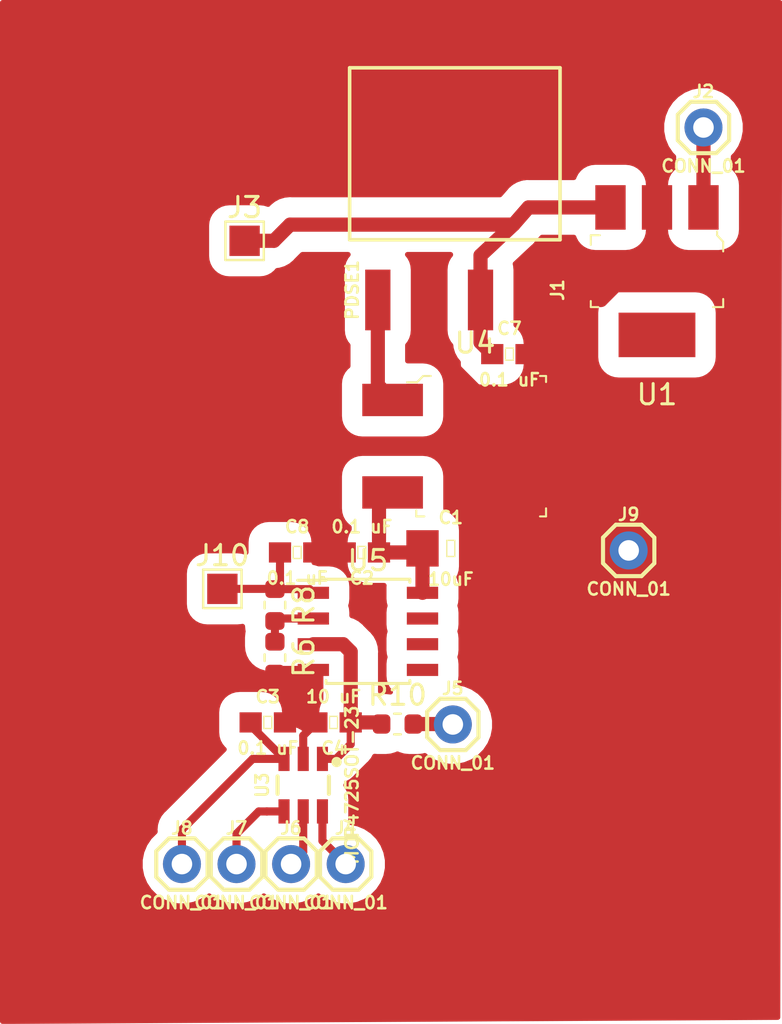
<source format=kicad_pcb>
(kicad_pcb (version 20171130) (host pcbnew 5.1.5+dfsg1-2~bpo9+1)

  (general
    (thickness 1.6)
    (drawings 0)
    (tracks 68)
    (zones 0)
    (modules 23)
    (nets 14)
  )

  (page A4)
  (layers
    (0 F.Cu signal)
    (31 B.Cu signal)
    (32 B.Adhes user)
    (33 F.Adhes user)
    (34 B.Paste user)
    (35 F.Paste user)
    (36 B.SilkS user)
    (37 F.SilkS user)
    (38 B.Mask user)
    (39 F.Mask user)
    (40 Dwgs.User user)
    (41 Cmts.User user)
    (42 Eco1.User user)
    (43 Eco2.User user)
    (44 Edge.Cuts user)
    (45 Margin user)
    (46 B.CrtYd user)
    (47 F.CrtYd user)
    (48 B.Fab user)
    (49 F.Fab user)
  )

  (setup
    (last_trace_width 0.4)
    (user_trace_width 0.4)
    (user_trace_width 0.7)
    (trace_clearance 0.2)
    (zone_clearance 1)
    (zone_45_only no)
    (trace_min 0.2)
    (via_size 0.8)
    (via_drill 0.4)
    (via_min_size 0.4)
    (via_min_drill 0.3)
    (uvia_size 0.3)
    (uvia_drill 0.1)
    (uvias_allowed no)
    (uvia_min_size 0.2)
    (uvia_min_drill 0.1)
    (edge_width 0.05)
    (segment_width 0.2)
    (pcb_text_width 0.3)
    (pcb_text_size 1.5 1.5)
    (mod_edge_width 0.12)
    (mod_text_size 1 1)
    (mod_text_width 0.15)
    (pad_size 1.524 1.524)
    (pad_drill 0.762)
    (pad_to_mask_clearance 0.051)
    (solder_mask_min_width 0.25)
    (aux_axis_origin 104.8 81.7)
    (grid_origin 104.8 81.7)
    (visible_elements FFFFFF7F)
    (pcbplotparams
      (layerselection 0x00000_7fffffff)
      (usegerberextensions false)
      (usegerberattributes false)
      (usegerberadvancedattributes false)
      (creategerberjobfile false)
      (excludeedgelayer true)
      (linewidth 0.020000)
      (plotframeref false)
      (viasonmask false)
      (mode 1)
      (useauxorigin true)
      (hpglpennumber 1)
      (hpglpenspeed 20)
      (hpglpendiameter 15.000000)
      (psnegative false)
      (psa4output false)
      (plotreference true)
      (plotvalue true)
      (plotinvisibletext false)
      (padsonsilk false)
      (subtractmaskfromsilk false)
      (outputformat 1)
      (mirror false)
      (drillshape 0)
      (scaleselection 1)
      (outputdirectory ""))
  )

  (net 0 "")
  (net 1 GND)
  (net 2 20V)
  (net 3 3.3V)
  (net 4 "Net-(C4-Pad1)")
  (net 5 5V)
  (net 6 Vtune)
  (net 7 24V)
  (net 8 12V)
  (net 9 "Net-(J4-Pad1)")
  (net 10 varactor_pwm_input)
  (net 11 "Net-(J6-Pad1)")
  (net 12 "Net-(J7-Pad1)")
  (net 13 "Net-(R6-Pad1)")

  (net_class Default "This is the default net class."
    (clearance 0.2)
    (trace_width 0.25)
    (via_dia 0.8)
    (via_drill 0.4)
    (uvia_dia 0.3)
    (uvia_drill 0.1)
    (add_net 12V)
    (add_net 20V)
    (add_net 24V)
    (add_net 3.3V)
    (add_net 5V)
    (add_net GND)
    (add_net "Net-(C4-Pad1)")
    (add_net "Net-(J4-Pad1)")
    (add_net "Net-(J6-Pad1)")
    (add_net "Net-(J7-Pad1)")
    (add_net "Net-(R6-Pad1)")
    (add_net Vtune)
    (add_net varactor_pwm_input)
  )

  (module Package_SO:SOIC-8_3.9x4.9mm_P1.27mm (layer F.Cu) (tedit 5A02F2D3) (tstamp 5F2CE97C)
    (at 123 112.9)
    (descr "8-Lead Plastic Small Outline (SN) - Narrow, 3.90 mm Body [SOIC] (see Microchip Packaging Specification 00000049BS.pdf)")
    (tags "SOIC 1.27")
    (path /5F608589)
    (attr smd)
    (fp_text reference U5 (at 0 -3.5) (layer F.SilkS)
      (effects (font (size 1 1) (thickness 0.15)))
    )
    (fp_text value TLV2172IDR (at 0 3.5) (layer F.Fab)
      (effects (font (size 1 1) (thickness 0.15)))
    )
    (fp_line (start -2.075 -2.525) (end -3.475 -2.525) (layer F.SilkS) (width 0.15))
    (fp_line (start -2.075 2.575) (end 2.075 2.575) (layer F.SilkS) (width 0.15))
    (fp_line (start -2.075 -2.575) (end 2.075 -2.575) (layer F.SilkS) (width 0.15))
    (fp_line (start -2.075 2.575) (end -2.075 2.43) (layer F.SilkS) (width 0.15))
    (fp_line (start 2.075 2.575) (end 2.075 2.43) (layer F.SilkS) (width 0.15))
    (fp_line (start 2.075 -2.575) (end 2.075 -2.43) (layer F.SilkS) (width 0.15))
    (fp_line (start -2.075 -2.575) (end -2.075 -2.525) (layer F.SilkS) (width 0.15))
    (fp_line (start -3.73 2.7) (end 3.73 2.7) (layer F.CrtYd) (width 0.05))
    (fp_line (start -3.73 -2.7) (end 3.73 -2.7) (layer F.CrtYd) (width 0.05))
    (fp_line (start 3.73 -2.7) (end 3.73 2.7) (layer F.CrtYd) (width 0.05))
    (fp_line (start -3.73 -2.7) (end -3.73 2.7) (layer F.CrtYd) (width 0.05))
    (fp_line (start -1.95 -1.45) (end -0.95 -2.45) (layer F.Fab) (width 0.1))
    (fp_line (start -1.95 2.45) (end -1.95 -1.45) (layer F.Fab) (width 0.1))
    (fp_line (start 1.95 2.45) (end -1.95 2.45) (layer F.Fab) (width 0.1))
    (fp_line (start 1.95 -2.45) (end 1.95 2.45) (layer F.Fab) (width 0.1))
    (fp_line (start -0.95 -2.45) (end 1.95 -2.45) (layer F.Fab) (width 0.1))
    (fp_text user %R (at 0 0) (layer F.Fab)
      (effects (font (size 1 1) (thickness 0.15)))
    )
    (pad 8 smd rect (at 2.7 -1.905) (size 1.55 0.6) (layers F.Cu F.Paste F.Mask)
      (net 2 20V))
    (pad 7 smd rect (at 2.7 -0.635) (size 1.55 0.6) (layers F.Cu F.Paste F.Mask))
    (pad 6 smd rect (at 2.7 0.635) (size 1.55 0.6) (layers F.Cu F.Paste F.Mask))
    (pad 5 smd rect (at 2.7 1.905) (size 1.55 0.6) (layers F.Cu F.Paste F.Mask))
    (pad 4 smd rect (at -2.7 1.905) (size 1.55 0.6) (layers F.Cu F.Paste F.Mask)
      (net 1 GND))
    (pad 3 smd rect (at -2.7 0.635) (size 1.55 0.6) (layers F.Cu F.Paste F.Mask)
      (net 4 "Net-(C4-Pad1)"))
    (pad 2 smd rect (at -2.7 -0.635) (size 1.55 0.6) (layers F.Cu F.Paste F.Mask)
      (net 13 "Net-(R6-Pad1)"))
    (pad 1 smd rect (at -2.7 -1.905) (size 1.55 0.6) (layers F.Cu F.Paste F.Mask)
      (net 6 Vtune))
    (model ${KISYS3DMOD}/Package_SO.3dshapes/SOIC-8_3.9x4.9mm_P1.27mm.wrl
      (at (xyz 0 0 0))
      (scale (xyz 1 1 1))
      (rotate (xyz 0 0 0))
    )
  )

  (module digikey-footprints:TO-252-3 (layer F.Cu) (tedit 5B06FF3B) (tstamp 5F2CE95F)
    (at 128.30184 103.74978)
    (descr http://www.digikey.com/products/en?keywords=MC7805BDTRKGOSCT-ND)
    (path /5F738EF1)
    (fp_text reference U4 (at 0 -5.1 180) (layer F.SilkS)
      (effects (font (size 1 1) (thickness 0.15)))
    )
    (fp_text value BA78M20FP (at 0 5.1 180) (layer F.Fab)
      (effects (font (size 1 1) (thickness 0.15)))
    )
    (fp_line (start -2.81 3.365) (end -2.81 -3.06) (layer F.Fab) (width 0.1))
    (fp_line (start 3.41 -3.365) (end -2.52 -3.365) (layer F.Fab) (width 0.1))
    (fp_text user %R (at 0.03 -0.12 180) (layer F.Fab)
      (effects (font (size 1 1) (thickness 0.15)))
    )
    (fp_line (start -2.81 3.37) (end 3.41 3.37) (layer F.Fab) (width 0.1))
    (fp_line (start 3.41 3.365) (end 3.41 -3.365) (layer F.Fab) (width 0.1))
    (fp_line (start 3.51 3.47) (end 3.51 3.07) (layer F.SilkS) (width 0.1))
    (fp_line (start 3.21 3.47) (end 3.51 3.47) (layer F.SilkS) (width 0.1))
    (fp_line (start -2.91 3.47) (end -2.91 3.17) (layer F.SilkS) (width 0.1))
    (fp_line (start -2.51 3.47) (end -2.91 3.47) (layer F.SilkS) (width 0.1))
    (fp_line (start -2.57 -3.47) (end -2.87 -3.16) (layer F.SilkS) (width 0.1))
    (fp_line (start -2.19 -3.47) (end -2.57 -3.47) (layer F.SilkS) (width 0.1))
    (fp_line (start 3.51 -3.47) (end 3.21 -3.47) (layer F.SilkS) (width 0.1))
    (fp_line (start 3.51 -3.17) (end 3.51 -3.47) (layer F.SilkS) (width 0.1))
    (fp_line (start 6.55 3.65) (end -5.95 3.65) (layer F.CrtYd) (width 0.05))
    (fp_line (start 6.55 -3.85) (end 6.55 3.65) (layer F.CrtYd) (width 0.05))
    (fp_line (start -5.95 -3.85) (end 6.55 -3.85) (layer F.CrtYd) (width 0.05))
    (fp_line (start -5.95 3.65) (end -5.95 -3.85) (layer F.CrtYd) (width 0.05))
    (fp_line (start -2.87 -3.16) (end -3.37 -3.16) (layer F.SilkS) (width 0.1))
    (fp_line (start -2.81 -3.06) (end -2.52 -3.36) (layer F.Fab) (width 0.1))
    (pad 3 smd rect (at -4.08 2.285 180) (size 3 1.6) (layers F.Cu F.Paste F.Mask)
      (net 2 20V))
    (pad 4 smd rect (at 3.09 0 180) (size 6.2 5.8) (layers F.Cu F.Paste F.Mask)
      (net 1 GND))
    (pad 1 smd rect (at -4.08 -2.285 180) (size 3 1.6) (layers F.Cu F.Paste F.Mask)
      (net 7 24V))
  )

  (module Silicon-Standard:SOT23-6 (layer F.Cu) (tedit 5961E542) (tstamp 5F2CE945)
    (at 119.8 120.5)
    (descr SOT23-6)
    (tags SOT23-6)
    (path /5F7A4024)
    (attr smd)
    (fp_text reference U3 (at -2.03 0 90) (layer F.SilkS)
      (effects (font (size 0.6096 0.6096) (thickness 0.127)))
    )
    (fp_text value MCP4725SOT-23 (at 2.413 0 90) (layer F.SilkS)
      (effects (font (size 0.6096 0.6096) (thickness 0.127)))
    )
    (fp_line (start -1.39954 -0.79756) (end -1.39954 0.79756) (layer Dwgs.User) (width 0.1524))
    (fp_line (start 1.39954 -0.79756) (end 1.39954 0.79756) (layer Dwgs.User) (width 0.1524))
    (fp_line (start -1.39954 -0.79756) (end 1.39954 -0.79756) (layer Dwgs.User) (width 0.1524))
    (fp_line (start 1.39954 0.79756) (end -1.39954 0.79756) (layer Dwgs.User) (width 0.1524))
    (fp_line (start 1.27 -0.42926) (end 1.27 0.42926) (layer F.SilkS) (width 0.2032))
    (fp_line (start -1.27 0.42926) (end -1.27 -0.42926) (layer F.SilkS) (width 0.2032))
    (fp_line (start -0.24892 -0.84836) (end -0.24892 -1.4986) (layer Dwgs.User) (width 0.06604))
    (fp_line (start -0.24892 -1.4986) (end 0.24892 -1.4986) (layer Dwgs.User) (width 0.06604))
    (fp_line (start 0.24892 -0.84836) (end 0.24892 -1.4986) (layer Dwgs.User) (width 0.06604))
    (fp_line (start -0.24892 -0.84836) (end 0.24892 -0.84836) (layer Dwgs.User) (width 0.06604))
    (fp_line (start -1.19888 -0.84836) (end -1.19888 -1.4986) (layer Dwgs.User) (width 0.06604))
    (fp_line (start -1.19888 -1.4986) (end -0.6985 -1.4986) (layer Dwgs.User) (width 0.06604))
    (fp_line (start -0.6985 -0.84836) (end -0.6985 -1.4986) (layer Dwgs.User) (width 0.06604))
    (fp_line (start -1.19888 -0.84836) (end -0.6985 -0.84836) (layer Dwgs.User) (width 0.06604))
    (fp_line (start 0.6985 -0.84836) (end 0.6985 -1.4986) (layer Dwgs.User) (width 0.06604))
    (fp_line (start 0.6985 -1.4986) (end 1.19888 -1.4986) (layer Dwgs.User) (width 0.06604))
    (fp_line (start 1.19888 -0.84836) (end 1.19888 -1.4986) (layer Dwgs.User) (width 0.06604))
    (fp_line (start 0.6985 -0.84836) (end 1.19888 -0.84836) (layer Dwgs.User) (width 0.06604))
    (fp_line (start 0.6985 1.4986) (end 0.6985 0.84836) (layer Dwgs.User) (width 0.06604))
    (fp_line (start 0.6985 0.84836) (end 1.19888 0.84836) (layer Dwgs.User) (width 0.06604))
    (fp_line (start 1.19888 1.4986) (end 1.19888 0.84836) (layer Dwgs.User) (width 0.06604))
    (fp_line (start 0.6985 1.4986) (end 1.19888 1.4986) (layer Dwgs.User) (width 0.06604))
    (fp_line (start -0.24892 1.4986) (end -0.24892 0.84836) (layer Dwgs.User) (width 0.06604))
    (fp_line (start -0.24892 0.84836) (end 0.24892 0.84836) (layer Dwgs.User) (width 0.06604))
    (fp_line (start 0.24892 1.4986) (end 0.24892 0.84836) (layer Dwgs.User) (width 0.06604))
    (fp_line (start -0.24892 1.4986) (end 0.24892 1.4986) (layer Dwgs.User) (width 0.06604))
    (fp_line (start -1.19888 1.4986) (end -1.19888 0.84836) (layer Dwgs.User) (width 0.06604))
    (fp_line (start -1.19888 0.84836) (end -0.6985 0.84836) (layer Dwgs.User) (width 0.06604))
    (fp_line (start -0.6985 1.4986) (end -0.6985 0.84836) (layer Dwgs.User) (width 0.06604))
    (fp_line (start -1.19888 1.4986) (end -0.6985 1.4986) (layer Dwgs.User) (width 0.06604))
    (fp_circle (center 1.651 -1.143) (end 1.778 -1.143) (layer F.SilkS) (width 0.254))
    (pad 6 smd rect (at 0.94996 1.29794) (size 0.54864 1.19888) (layers F.Cu F.Paste F.Mask)
      (net 9 "Net-(J4-Pad1)") (solder_mask_margin 0.1016))
    (pad 5 smd rect (at 0 1.29794) (size 0.54864 1.19888) (layers F.Cu F.Paste F.Mask)
      (net 11 "Net-(J6-Pad1)") (solder_mask_margin 0.1016))
    (pad 4 smd rect (at -0.94996 1.29794) (size 0.54864 1.19888) (layers F.Cu F.Paste F.Mask)
      (net 12 "Net-(J7-Pad1)") (solder_mask_margin 0.1016))
    (pad 3 smd rect (at -0.94996 -1.29794) (size 0.54864 1.19888) (layers F.Cu F.Paste F.Mask)
      (net 3 3.3V) (solder_mask_margin 0.1016))
    (pad 2 smd rect (at 0 -1.29794 180) (size 0.54864 1.19888) (layers F.Cu F.Paste F.Mask)
      (net 1 GND) (solder_mask_margin 0.1016))
    (pad 1 smd rect (at 0.94996 -1.29794) (size 0.54864 1.19888) (layers F.Cu F.Paste F.Mask)
      (net 4 "Net-(C4-Pad1)") (solder_mask_margin 0.1016))
  )

  (module digikey-footprints:SOT-223 (layer F.Cu) (tedit 5B07037E) (tstamp 5F2CE91C)
    (at 137.3 95.1 180)
    (path /5F7DB396)
    (fp_text reference U1 (at 0 -6.1) (layer F.SilkS)
      (effects (font (size 1 1) (thickness 0.15)))
    )
    (fp_text value LM7805 (at 0.15 5.65) (layer F.Fab)
      (effects (font (size 1 1) (thickness 0.15)))
    )
    (fp_line (start 3.15 -1.65) (end 3.15 1.65) (layer F.Fab) (width 0.1))
    (fp_line (start -3.15 -1.65) (end 3.15 -1.65) (layer F.Fab) (width 0.1))
    (fp_text user %R (at -0.05 0.025) (layer F.Fab)
      (effects (font (size 1 1) (thickness 0.15)))
    )
    (fp_line (start 3.275 -1.775) (end 3.275 -1.475) (layer F.SilkS) (width 0.1))
    (fp_line (start 2.9 -1.775) (end 3.275 -1.775) (layer F.SilkS) (width 0.1))
    (fp_line (start -3.275 -1.775) (end -3.275 -1.375) (layer F.SilkS) (width 0.1))
    (fp_line (start -2.775 -1.775) (end -3.275 -1.775) (layer F.SilkS) (width 0.1))
    (fp_line (start 3.275 1.775) (end 2.825 1.775) (layer F.SilkS) (width 0.1))
    (fp_line (start 3.275 1.3) (end 3.275 1.775) (layer F.SilkS) (width 0.1))
    (fp_line (start -3.15 1.35) (end -2.875 1.65) (layer F.Fab) (width 0.1))
    (fp_line (start 3.15 1.65) (end -2.875 1.65) (layer F.Fab) (width 0.1))
    (fp_line (start -3.15 1.35) (end -3.15 -1.65) (layer F.Fab) (width 0.1))
    (fp_line (start 3.45 -4.45) (end 3.45 4.45) (layer F.CrtYd) (width 0.05))
    (fp_line (start 3.45 -4.45) (end -3.45 -4.45) (layer F.CrtYd) (width 0.05))
    (fp_line (start -3.45 -4.45) (end -3.45 4.45) (layer F.CrtYd) (width 0.05))
    (fp_line (start -3.45 4.45) (end 3.45 4.45) (layer F.CrtYd) (width 0.05))
    (fp_line (start -2.975 1.775) (end -2.975 1.97) (layer F.SilkS) (width 0.1))
    (fp_line (start -3.275 1.45) (end -2.975 1.775) (layer F.SilkS) (width 0.1))
    (fp_line (start -3.275 0.975) (end -3.275 1.45) (layer F.SilkS) (width 0.1))
    (pad 4 smd rect (at 0 -3.15 180) (size 3.8 2.2) (layers F.Cu F.Paste F.Mask))
    (pad 1 smd rect (at -2.3 3.15 180) (size 1.5 2.2) (layers F.Cu F.Paste F.Mask)
      (net 8 12V))
    (pad 2 smd rect (at 0 3.15 180) (size 1.5 2.2) (layers F.Cu F.Paste F.Mask)
      (net 1 GND))
    (pad 3 smd rect (at 2.3 3.15 180) (size 1.5 2.2) (layers F.Cu F.Paste F.Mask)
      (net 5 5V))
  )

  (module Resistor_SMD:R_0603_1608Metric (layer F.Cu) (tedit 5B301BBD) (tstamp 5F2CE901)
    (at 124.46184 117.47978)
    (descr "Resistor SMD 0603 (1608 Metric), square (rectangular) end terminal, IPC_7351 nominal, (Body size source: http://www.tortai-tech.com/upload/download/2011102023233369053.pdf), generated with kicad-footprint-generator")
    (tags resistor)
    (path /5F6B4DD0)
    (attr smd)
    (fp_text reference R10 (at 0 -1.43) (layer F.SilkS)
      (effects (font (size 1 1) (thickness 0.15)))
    )
    (fp_text value 1k (at 0 1.43) (layer F.Fab)
      (effects (font (size 1 1) (thickness 0.15)))
    )
    (fp_text user %R (at 0 0) (layer F.Fab)
      (effects (font (size 0.4 0.4) (thickness 0.06)))
    )
    (fp_line (start 1.48 0.73) (end -1.48 0.73) (layer F.CrtYd) (width 0.05))
    (fp_line (start 1.48 -0.73) (end 1.48 0.73) (layer F.CrtYd) (width 0.05))
    (fp_line (start -1.48 -0.73) (end 1.48 -0.73) (layer F.CrtYd) (width 0.05))
    (fp_line (start -1.48 0.73) (end -1.48 -0.73) (layer F.CrtYd) (width 0.05))
    (fp_line (start -0.162779 0.51) (end 0.162779 0.51) (layer F.SilkS) (width 0.12))
    (fp_line (start -0.162779 -0.51) (end 0.162779 -0.51) (layer F.SilkS) (width 0.12))
    (fp_line (start 0.8 0.4) (end -0.8 0.4) (layer F.Fab) (width 0.1))
    (fp_line (start 0.8 -0.4) (end 0.8 0.4) (layer F.Fab) (width 0.1))
    (fp_line (start -0.8 -0.4) (end 0.8 -0.4) (layer F.Fab) (width 0.1))
    (fp_line (start -0.8 0.4) (end -0.8 -0.4) (layer F.Fab) (width 0.1))
    (pad 2 smd roundrect (at 0.7875 0) (size 0.875 0.95) (layers F.Cu F.Paste F.Mask) (roundrect_rratio 0.25)
      (net 10 varactor_pwm_input))
    (pad 1 smd roundrect (at -0.7875 0) (size 0.875 0.95) (layers F.Cu F.Paste F.Mask) (roundrect_rratio 0.25)
      (net 4 "Net-(C4-Pad1)"))
    (model ${KISYS3DMOD}/Resistor_SMD.3dshapes/R_0603_1608Metric.wrl
      (at (xyz 0 0 0))
      (scale (xyz 1 1 1))
      (rotate (xyz 0 0 0))
    )
  )

  (module Resistor_SMD:R_0603_1608Metric (layer F.Cu) (tedit 5B301BBD) (tstamp 5F2CE8F0)
    (at 118.4 111.6 270)
    (descr "Resistor SMD 0603 (1608 Metric), square (rectangular) end terminal, IPC_7351 nominal, (Body size source: http://www.tortai-tech.com/upload/download/2011102023233369053.pdf), generated with kicad-footprint-generator")
    (tags resistor)
    (path /5F672CF7)
    (attr smd)
    (fp_text reference R8 (at 0 -1.43 90) (layer F.SilkS)
      (effects (font (size 1 1) (thickness 0.15)))
    )
    (fp_text value 10k (at 0 1.43 90) (layer F.Fab)
      (effects (font (size 1 1) (thickness 0.15)))
    )
    (fp_text user %R (at 0.1 0 90) (layer F.Fab)
      (effects (font (size 0.4 0.4) (thickness 0.06)))
    )
    (fp_line (start 1.48 0.73) (end -1.48 0.73) (layer F.CrtYd) (width 0.05))
    (fp_line (start 1.48 -0.73) (end 1.48 0.73) (layer F.CrtYd) (width 0.05))
    (fp_line (start -1.48 -0.73) (end 1.48 -0.73) (layer F.CrtYd) (width 0.05))
    (fp_line (start -1.48 0.73) (end -1.48 -0.73) (layer F.CrtYd) (width 0.05))
    (fp_line (start -0.162779 0.51) (end 0.162779 0.51) (layer F.SilkS) (width 0.12))
    (fp_line (start -0.162779 -0.51) (end 0.162779 -0.51) (layer F.SilkS) (width 0.12))
    (fp_line (start 0.8 0.4) (end -0.8 0.4) (layer F.Fab) (width 0.1))
    (fp_line (start 0.8 -0.4) (end 0.8 0.4) (layer F.Fab) (width 0.1))
    (fp_line (start -0.8 -0.4) (end 0.8 -0.4) (layer F.Fab) (width 0.1))
    (fp_line (start -0.8 0.4) (end -0.8 -0.4) (layer F.Fab) (width 0.1))
    (pad 2 smd roundrect (at 0.7875 0 270) (size 0.875 0.95) (layers F.Cu F.Paste F.Mask) (roundrect_rratio 0.25)
      (net 13 "Net-(R6-Pad1)"))
    (pad 1 smd roundrect (at -0.7875 0 270) (size 0.875 0.95) (layers F.Cu F.Paste F.Mask) (roundrect_rratio 0.25)
      (net 6 Vtune))
    (model ${KISYS3DMOD}/Resistor_SMD.3dshapes/R_0603_1608Metric.wrl
      (at (xyz 0 0 0))
      (scale (xyz 1 1 1))
      (rotate (xyz 0 0 0))
    )
  )

  (module Resistor_SMD:R_0603_1608Metric (layer F.Cu) (tedit 5B301BBD) (tstamp 5F2CE8DF)
    (at 118.4 114.2 270)
    (descr "Resistor SMD 0603 (1608 Metric), square (rectangular) end terminal, IPC_7351 nominal, (Body size source: http://www.tortai-tech.com/upload/download/2011102023233369053.pdf), generated with kicad-footprint-generator")
    (tags resistor)
    (path /5F627031)
    (attr smd)
    (fp_text reference R6 (at 0 -1.43 90) (layer F.SilkS)
      (effects (font (size 1 1) (thickness 0.15)))
    )
    (fp_text value 1k (at 0 1.43 90) (layer F.Fab)
      (effects (font (size 1 1) (thickness 0.15)))
    )
    (fp_text user %R (at -0.08184 0.14022 90) (layer F.Fab)
      (effects (font (size 0.4 0.4) (thickness 0.06)))
    )
    (fp_line (start 1.48 0.73) (end -1.48 0.73) (layer F.CrtYd) (width 0.05))
    (fp_line (start 1.48 -0.73) (end 1.48 0.73) (layer F.CrtYd) (width 0.05))
    (fp_line (start -1.48 -0.73) (end 1.48 -0.73) (layer F.CrtYd) (width 0.05))
    (fp_line (start -1.48 0.73) (end -1.48 -0.73) (layer F.CrtYd) (width 0.05))
    (fp_line (start -0.162779 0.51) (end 0.162779 0.51) (layer F.SilkS) (width 0.12))
    (fp_line (start -0.162779 -0.51) (end 0.162779 -0.51) (layer F.SilkS) (width 0.12))
    (fp_line (start 0.8 0.4) (end -0.8 0.4) (layer F.Fab) (width 0.1))
    (fp_line (start 0.8 -0.4) (end 0.8 0.4) (layer F.Fab) (width 0.1))
    (fp_line (start -0.8 -0.4) (end 0.8 -0.4) (layer F.Fab) (width 0.1))
    (fp_line (start -0.8 0.4) (end -0.8 -0.4) (layer F.Fab) (width 0.1))
    (pad 2 smd roundrect (at 0.7875 0 270) (size 0.875 0.95) (layers F.Cu F.Paste F.Mask) (roundrect_rratio 0.25)
      (net 1 GND))
    (pad 1 smd roundrect (at -0.7875 0 270) (size 0.875 0.95) (layers F.Cu F.Paste F.Mask) (roundrect_rratio 0.25)
      (net 13 "Net-(R6-Pad1)"))
    (model ${KISYS3DMOD}/Resistor_SMD.3dshapes/R_0603_1608Metric.wrl
      (at (xyz 0 0 0))
      (scale (xyz 1 1 1))
      (rotate (xyz 0 0 0))
    )
  )

  (module TestPoint:TestPoint_Pad_1.5x1.5mm (layer F.Cu) (tedit 5A0F774F) (tstamp 5F2CE8CE)
    (at 115.8 110.8)
    (descr "SMD rectangular pad as test Point, square 1.5mm side length")
    (tags "test point SMD pad rectangle square")
    (path /5F819631)
    (attr virtual)
    (fp_text reference J10 (at 0 -1.648) (layer F.SilkS)
      (effects (font (size 1 1) (thickness 0.15)))
    )
    (fp_text value CONN_01 (at 0 1.75) (layer F.Fab)
      (effects (font (size 1 1) (thickness 0.15)))
    )
    (fp_line (start 1.25 1.25) (end -1.25 1.25) (layer F.CrtYd) (width 0.05))
    (fp_line (start 1.25 1.25) (end 1.25 -1.25) (layer F.CrtYd) (width 0.05))
    (fp_line (start -1.25 -1.25) (end -1.25 1.25) (layer F.CrtYd) (width 0.05))
    (fp_line (start -1.25 -1.25) (end 1.25 -1.25) (layer F.CrtYd) (width 0.05))
    (fp_line (start -0.95 0.95) (end -0.95 -0.95) (layer F.SilkS) (width 0.12))
    (fp_line (start 0.95 0.95) (end -0.95 0.95) (layer F.SilkS) (width 0.12))
    (fp_line (start 0.95 -0.95) (end 0.95 0.95) (layer F.SilkS) (width 0.12))
    (fp_line (start -0.95 -0.95) (end 0.95 -0.95) (layer F.SilkS) (width 0.12))
    (fp_text user %R (at 0 -1.65) (layer F.Fab)
      (effects (font (size 1 1) (thickness 0.15)))
    )
    (pad 1 smd rect (at 0 0) (size 1.5 1.5) (layers F.Cu F.Mask)
      (net 6 Vtune))
  )

  (module Connectors2:1X01 (layer F.Cu) (tedit 5963CE6C) (tstamp 5F2CE8C0)
    (at 135.9 108.9)
    (descr "PLATED THROUGH HOLE")
    (tags "PLATED THROUGH HOLE")
    (path /5F7C1603)
    (attr virtual)
    (fp_text reference J9 (at 0 -1.778) (layer F.SilkS)
      (effects (font (size 0.6096 0.6096) (thickness 0.127)))
    )
    (fp_text value CONN_01 (at 0 1.905) (layer F.SilkS)
      (effects (font (size 0.6096 0.6096) (thickness 0.127)))
    )
    (fp_line (start 1.27 0.635) (end 1.27 -0.635) (layer F.SilkS) (width 0.2032))
    (fp_line (start 0.635 1.27) (end 1.27 0.635) (layer F.SilkS) (width 0.2032))
    (fp_line (start -0.635 1.27) (end 0.635 1.27) (layer F.SilkS) (width 0.2032))
    (fp_line (start -1.27 0.635) (end -0.635 1.27) (layer F.SilkS) (width 0.2032))
    (fp_line (start -1.27 -0.635) (end -1.27 0.635) (layer F.SilkS) (width 0.2032))
    (fp_line (start -0.635 -1.27) (end -1.27 -0.635) (layer F.SilkS) (width 0.2032))
    (fp_line (start 0.635 -1.27) (end -0.635 -1.27) (layer F.SilkS) (width 0.2032))
    (fp_line (start 1.27 -0.635) (end 0.635 -1.27) (layer F.SilkS) (width 0.2032))
    (pad 1 thru_hole circle (at 0 0) (size 1.8796 1.8796) (drill 1.016) (layers *.Cu *.Mask)
      (net 1 GND) (solder_mask_margin 0.1016))
  )

  (module Connectors2:1X01 (layer F.Cu) (tedit 5963CE6C) (tstamp 5F2CE8B3)
    (at 113.8 124.4)
    (descr "PLATED THROUGH HOLE")
    (tags "PLATED THROUGH HOLE")
    (path /5F7BE179)
    (attr virtual)
    (fp_text reference J8 (at 0 -1.778) (layer F.SilkS)
      (effects (font (size 0.6096 0.6096) (thickness 0.127)))
    )
    (fp_text value CONN_01 (at 0 1.905) (layer F.SilkS)
      (effects (font (size 0.6096 0.6096) (thickness 0.127)))
    )
    (fp_line (start 1.27 0.635) (end 1.27 -0.635) (layer F.SilkS) (width 0.2032))
    (fp_line (start 0.635 1.27) (end 1.27 0.635) (layer F.SilkS) (width 0.2032))
    (fp_line (start -0.635 1.27) (end 0.635 1.27) (layer F.SilkS) (width 0.2032))
    (fp_line (start -1.27 0.635) (end -0.635 1.27) (layer F.SilkS) (width 0.2032))
    (fp_line (start -1.27 -0.635) (end -1.27 0.635) (layer F.SilkS) (width 0.2032))
    (fp_line (start -0.635 -1.27) (end -1.27 -0.635) (layer F.SilkS) (width 0.2032))
    (fp_line (start 0.635 -1.27) (end -0.635 -1.27) (layer F.SilkS) (width 0.2032))
    (fp_line (start 1.27 -0.635) (end 0.635 -1.27) (layer F.SilkS) (width 0.2032))
    (pad 1 thru_hole circle (at 0 0) (size 1.8796 1.8796) (drill 1.016) (layers *.Cu *.Mask)
      (net 3 3.3V) (solder_mask_margin 0.1016))
  )

  (module Connectors2:1X01 (layer F.Cu) (tedit 5963CE6C) (tstamp 5F2CE8A6)
    (at 116.5 124.4)
    (descr "PLATED THROUGH HOLE")
    (tags "PLATED THROUGH HOLE")
    (path /5F7BDE66)
    (attr virtual)
    (fp_text reference J7 (at 0 -1.778) (layer F.SilkS)
      (effects (font (size 0.6096 0.6096) (thickness 0.127)))
    )
    (fp_text value CONN_01 (at 0 1.905) (layer F.SilkS)
      (effects (font (size 0.6096 0.6096) (thickness 0.127)))
    )
    (fp_line (start 1.27 0.635) (end 1.27 -0.635) (layer F.SilkS) (width 0.2032))
    (fp_line (start 0.635 1.27) (end 1.27 0.635) (layer F.SilkS) (width 0.2032))
    (fp_line (start -0.635 1.27) (end 0.635 1.27) (layer F.SilkS) (width 0.2032))
    (fp_line (start -1.27 0.635) (end -0.635 1.27) (layer F.SilkS) (width 0.2032))
    (fp_line (start -1.27 -0.635) (end -1.27 0.635) (layer F.SilkS) (width 0.2032))
    (fp_line (start -0.635 -1.27) (end -1.27 -0.635) (layer F.SilkS) (width 0.2032))
    (fp_line (start 0.635 -1.27) (end -0.635 -1.27) (layer F.SilkS) (width 0.2032))
    (fp_line (start 1.27 -0.635) (end 0.635 -1.27) (layer F.SilkS) (width 0.2032))
    (pad 1 thru_hole circle (at 0 0) (size 1.8796 1.8796) (drill 1.016) (layers *.Cu *.Mask)
      (net 12 "Net-(J7-Pad1)") (solder_mask_margin 0.1016))
  )

  (module Connectors2:1X01 (layer F.Cu) (tedit 5963CE6C) (tstamp 5F2CE899)
    (at 119.2 124.4)
    (descr "PLATED THROUGH HOLE")
    (tags "PLATED THROUGH HOLE")
    (path /5F7BD927)
    (attr virtual)
    (fp_text reference J6 (at 0 -1.778) (layer F.SilkS)
      (effects (font (size 0.6096 0.6096) (thickness 0.127)))
    )
    (fp_text value CONN_01 (at 0 1.905) (layer F.SilkS)
      (effects (font (size 0.6096 0.6096) (thickness 0.127)))
    )
    (fp_line (start 1.27 0.635) (end 1.27 -0.635) (layer F.SilkS) (width 0.2032))
    (fp_line (start 0.635 1.27) (end 1.27 0.635) (layer F.SilkS) (width 0.2032))
    (fp_line (start -0.635 1.27) (end 0.635 1.27) (layer F.SilkS) (width 0.2032))
    (fp_line (start -1.27 0.635) (end -0.635 1.27) (layer F.SilkS) (width 0.2032))
    (fp_line (start -1.27 -0.635) (end -1.27 0.635) (layer F.SilkS) (width 0.2032))
    (fp_line (start -0.635 -1.27) (end -1.27 -0.635) (layer F.SilkS) (width 0.2032))
    (fp_line (start 0.635 -1.27) (end -0.635 -1.27) (layer F.SilkS) (width 0.2032))
    (fp_line (start 1.27 -0.635) (end 0.635 -1.27) (layer F.SilkS) (width 0.2032))
    (pad 1 thru_hole circle (at 0 0) (size 1.8796 1.8796) (drill 1.016) (layers *.Cu *.Mask)
      (net 11 "Net-(J6-Pad1)") (solder_mask_margin 0.1016))
  )

  (module Connectors2:1X01 (layer F.Cu) (tedit 5963CE6C) (tstamp 5F2CE88C)
    (at 127.2 117.5)
    (descr "PLATED THROUGH HOLE")
    (tags "PLATED THROUGH HOLE")
    (path /5F6D4403)
    (attr virtual)
    (fp_text reference J5 (at 0 -1.778) (layer F.SilkS)
      (effects (font (size 0.6096 0.6096) (thickness 0.127)))
    )
    (fp_text value CONN_01 (at 0 1.905) (layer F.SilkS)
      (effects (font (size 0.6096 0.6096) (thickness 0.127)))
    )
    (fp_line (start 1.27 0.635) (end 1.27 -0.635) (layer F.SilkS) (width 0.2032))
    (fp_line (start 0.635 1.27) (end 1.27 0.635) (layer F.SilkS) (width 0.2032))
    (fp_line (start -0.635 1.27) (end 0.635 1.27) (layer F.SilkS) (width 0.2032))
    (fp_line (start -1.27 0.635) (end -0.635 1.27) (layer F.SilkS) (width 0.2032))
    (fp_line (start -1.27 -0.635) (end -1.27 0.635) (layer F.SilkS) (width 0.2032))
    (fp_line (start -0.635 -1.27) (end -1.27 -0.635) (layer F.SilkS) (width 0.2032))
    (fp_line (start 0.635 -1.27) (end -0.635 -1.27) (layer F.SilkS) (width 0.2032))
    (fp_line (start 1.27 -0.635) (end 0.635 -1.27) (layer F.SilkS) (width 0.2032))
    (pad 1 thru_hole circle (at 0 0) (size 1.8796 1.8796) (drill 1.016) (layers *.Cu *.Mask)
      (net 10 varactor_pwm_input) (solder_mask_margin 0.1016))
  )

  (module Connectors2:1X01 (layer F.Cu) (tedit 5963CE6C) (tstamp 5F2CE87F)
    (at 121.9 124.4)
    (descr "PLATED THROUGH HOLE")
    (tags "PLATED THROUGH HOLE")
    (path /5F7BD132)
    (attr virtual)
    (fp_text reference J4 (at 0 -1.778) (layer F.SilkS)
      (effects (font (size 0.6096 0.6096) (thickness 0.127)))
    )
    (fp_text value CONN_01 (at 0 1.905) (layer F.SilkS)
      (effects (font (size 0.6096 0.6096) (thickness 0.127)))
    )
    (fp_line (start 1.27 0.635) (end 1.27 -0.635) (layer F.SilkS) (width 0.2032))
    (fp_line (start 0.635 1.27) (end 1.27 0.635) (layer F.SilkS) (width 0.2032))
    (fp_line (start -0.635 1.27) (end 0.635 1.27) (layer F.SilkS) (width 0.2032))
    (fp_line (start -1.27 0.635) (end -0.635 1.27) (layer F.SilkS) (width 0.2032))
    (fp_line (start -1.27 -0.635) (end -1.27 0.635) (layer F.SilkS) (width 0.2032))
    (fp_line (start -0.635 -1.27) (end -1.27 -0.635) (layer F.SilkS) (width 0.2032))
    (fp_line (start 0.635 -1.27) (end -0.635 -1.27) (layer F.SilkS) (width 0.2032))
    (fp_line (start 1.27 -0.635) (end 0.635 -1.27) (layer F.SilkS) (width 0.2032))
    (pad 1 thru_hole circle (at 0 0) (size 1.8796 1.8796) (drill 1.016) (layers *.Cu *.Mask)
      (net 9 "Net-(J4-Pad1)") (solder_mask_margin 0.1016))
  )

  (module TestPoint:TestPoint_Pad_1.5x1.5mm (layer F.Cu) (tedit 5A0F774F) (tstamp 5F2CE872)
    (at 116.9 93.6)
    (descr "SMD rectangular pad as test Point, square 1.5mm side length")
    (tags "test point SMD pad rectangle square")
    (path /5F81A425)
    (attr virtual)
    (fp_text reference J3 (at 0 -1.648) (layer F.SilkS)
      (effects (font (size 1 1) (thickness 0.15)))
    )
    (fp_text value CONN_01 (at 0 1.75) (layer F.Fab)
      (effects (font (size 1 1) (thickness 0.15)))
    )
    (fp_line (start 1.25 1.25) (end -1.25 1.25) (layer F.CrtYd) (width 0.05))
    (fp_line (start 1.25 1.25) (end 1.25 -1.25) (layer F.CrtYd) (width 0.05))
    (fp_line (start -1.25 -1.25) (end -1.25 1.25) (layer F.CrtYd) (width 0.05))
    (fp_line (start -1.25 -1.25) (end 1.25 -1.25) (layer F.CrtYd) (width 0.05))
    (fp_line (start -0.95 0.95) (end -0.95 -0.95) (layer F.SilkS) (width 0.12))
    (fp_line (start 0.95 0.95) (end -0.95 0.95) (layer F.SilkS) (width 0.12))
    (fp_line (start 0.95 -0.95) (end 0.95 0.95) (layer F.SilkS) (width 0.12))
    (fp_line (start -0.95 -0.95) (end 0.95 -0.95) (layer F.SilkS) (width 0.12))
    (fp_text user %R (at 0 -1.65) (layer F.Fab)
      (effects (font (size 1 1) (thickness 0.15)))
    )
    (pad 1 smd rect (at 0 0) (size 1.5 1.5) (layers F.Cu F.Mask)
      (net 5 5V))
  )

  (module Connectors2:1X01 (layer F.Cu) (tedit 5963CE6C) (tstamp 5F2CE864)
    (at 139.6 88)
    (descr "PLATED THROUGH HOLE")
    (tags "PLATED THROUGH HOLE")
    (path /5F7C344F)
    (attr virtual)
    (fp_text reference J2 (at 0 -1.778) (layer F.SilkS)
      (effects (font (size 0.6096 0.6096) (thickness 0.127)))
    )
    (fp_text value CONN_01 (at 0 1.905) (layer F.SilkS)
      (effects (font (size 0.6096 0.6096) (thickness 0.127)))
    )
    (fp_line (start 1.27 0.635) (end 1.27 -0.635) (layer F.SilkS) (width 0.2032))
    (fp_line (start 0.635 1.27) (end 1.27 0.635) (layer F.SilkS) (width 0.2032))
    (fp_line (start -0.635 1.27) (end 0.635 1.27) (layer F.SilkS) (width 0.2032))
    (fp_line (start -1.27 0.635) (end -0.635 1.27) (layer F.SilkS) (width 0.2032))
    (fp_line (start -1.27 -0.635) (end -1.27 0.635) (layer F.SilkS) (width 0.2032))
    (fp_line (start -0.635 -1.27) (end -1.27 -0.635) (layer F.SilkS) (width 0.2032))
    (fp_line (start 0.635 -1.27) (end -0.635 -1.27) (layer F.SilkS) (width 0.2032))
    (fp_line (start 1.27 -0.635) (end 0.635 -1.27) (layer F.SilkS) (width 0.2032))
    (pad 1 thru_hole circle (at 0 0) (size 1.8796 1.8796) (drill 1.016) (layers *.Cu *.Mask)
      (net 8 12V) (solder_mask_margin 0.1016))
  )

  (module Connectors2:1X04_SMD_RA_FEMALE (layer F.Cu) (tedit 5963D38A) (tstamp 5F2CE857)
    (at 127.3 89.3 180)
    (descr "SMD - 4 PIN RIGHT-ANGLE FEMALE HEADER")
    (tags "SMD - 4 PIN RIGHT-ANGLE FEMALE HEADER")
    (path /5F73E64B)
    (attr smd)
    (fp_text reference J1 (at -5.08 -6.731 90) (layer F.SilkS)
      (effects (font (size 0.6096 0.6096) (thickness 0.127)))
    )
    (fp_text value PDSE1 (at 5.08 -6.731 90) (layer F.SilkS)
      (effects (font (size 0.6096 0.6096) (thickness 0.127)))
    )
    (fp_line (start -5.20446 4.24942) (end 5.20446 4.24942) (layer F.SilkS) (width 0.1778))
    (fp_line (start 5.20446 4.24942) (end 5.20446 -4.24942) (layer F.SilkS) (width 0.1778))
    (fp_line (start 5.20446 -4.24942) (end -5.20446 -4.24942) (layer F.SilkS) (width 0.1778))
    (fp_line (start -5.20446 -4.24942) (end -5.20446 4.24942) (layer F.SilkS) (width 0.1778))
    (pad 4 smd rect (at 3.81 -7.22376) (size 1.24968 2.99974) (layers F.Cu F.Paste F.Mask)
      (net 7 24V) (solder_mask_margin 0.1016))
    (pad 3 smd rect (at 1.27 -7.22376) (size 1.24968 2.99974) (layers F.Cu F.Paste F.Mask)
      (net 1 GND) (solder_mask_margin 0.1016))
    (pad 2 smd rect (at -1.27 -7.22376) (size 1.24968 2.99974) (layers F.Cu F.Paste F.Mask)
      (net 5 5V) (solder_mask_margin 0.1016))
    (pad 1 smd rect (at -3.81 -7.22376) (size 1.24968 2.99974) (layers F.Cu F.Paste F.Mask)
      (net 1 GND) (solder_mask_margin 0.1016))
  )

  (module Capacitors:0603 (layer F.Cu) (tedit 596180EF) (tstamp 5F2CE84B)
    (at 119.5 109)
    (descr "GENERIC 1608 (0603) PACKAGE")
    (tags "GENERIC 1608 (0603) PACKAGE")
    (path /5F7E5276)
    (attr smd)
    (fp_text reference C8 (at 0 -1.27) (layer F.SilkS)
      (effects (font (size 0.6096 0.6096) (thickness 0.127)))
    )
    (fp_text value "0.1 uF" (at 0 1.27) (layer F.SilkS)
      (effects (font (size 0.6096 0.6096) (thickness 0.127)))
    )
    (fp_line (start -0.3556 0.41656) (end 0.3556 0.41656) (layer Dwgs.User) (width 0.1016))
    (fp_line (start -0.3556 -0.4318) (end 0.3556 -0.4318) (layer Dwgs.User) (width 0.1016))
    (fp_line (start -1.59766 0.6985) (end -1.59766 -0.6985) (layer F.CrtYd) (width 0.0508))
    (fp_line (start 1.59766 0.6985) (end -1.59766 0.6985) (layer F.CrtYd) (width 0.0508))
    (fp_line (start 1.59766 -0.6985) (end 1.59766 0.6985) (layer F.CrtYd) (width 0.0508))
    (fp_line (start -1.59766 -0.6985) (end 1.59766 -0.6985) (layer F.CrtYd) (width 0.0508))
    (fp_line (start -0.19812 0.29972) (end -0.19812 -0.29972) (layer F.SilkS) (width 0.06604))
    (fp_line (start -0.19812 -0.29972) (end 0.19812 -0.29972) (layer F.SilkS) (width 0.06604))
    (fp_line (start 0.19812 0.29972) (end 0.19812 -0.29972) (layer F.SilkS) (width 0.06604))
    (fp_line (start -0.19812 0.29972) (end 0.19812 0.29972) (layer F.SilkS) (width 0.06604))
    (fp_line (start 0.3302 0.4699) (end 0.3302 -0.48006) (layer Dwgs.User) (width 0.06604))
    (fp_line (start 0.3302 -0.48006) (end 0.82804 -0.48006) (layer Dwgs.User) (width 0.06604))
    (fp_line (start 0.82804 0.4699) (end 0.82804 -0.48006) (layer Dwgs.User) (width 0.06604))
    (fp_line (start 0.3302 0.4699) (end 0.82804 0.4699) (layer Dwgs.User) (width 0.06604))
    (fp_line (start -0.8382 0.4699) (end -0.8382 -0.48006) (layer Dwgs.User) (width 0.06604))
    (fp_line (start -0.8382 -0.48006) (end -0.33782 -0.48006) (layer Dwgs.User) (width 0.06604))
    (fp_line (start -0.33782 0.4699) (end -0.33782 -0.48006) (layer Dwgs.User) (width 0.06604))
    (fp_line (start -0.8382 0.4699) (end -0.33782 0.4699) (layer Dwgs.User) (width 0.06604))
    (pad 2 smd rect (at 0.84836 0) (size 1.09982 0.99822) (layers F.Cu F.Paste F.Mask)
      (net 1 GND) (solder_mask_margin 0.1016))
    (pad 1 smd rect (at -0.84836 0) (size 1.09982 0.99822) (layers F.Cu F.Paste F.Mask)
      (net 6 Vtune) (solder_mask_margin 0.1016))
  )

  (module Capacitors:0603 (layer F.Cu) (tedit 596180EF) (tstamp 5F2CE833)
    (at 130 99.2)
    (descr "GENERIC 1608 (0603) PACKAGE")
    (tags "GENERIC 1608 (0603) PACKAGE")
    (path /5F7B2CEB)
    (attr smd)
    (fp_text reference C7 (at 0 -1.27) (layer F.SilkS)
      (effects (font (size 0.6096 0.6096) (thickness 0.127)))
    )
    (fp_text value "0.1 uF" (at 0 1.27) (layer F.SilkS)
      (effects (font (size 0.6096 0.6096) (thickness 0.127)))
    )
    (fp_line (start -0.3556 0.41656) (end 0.3556 0.41656) (layer Dwgs.User) (width 0.1016))
    (fp_line (start -0.3556 -0.4318) (end 0.3556 -0.4318) (layer Dwgs.User) (width 0.1016))
    (fp_line (start -1.59766 0.6985) (end -1.59766 -0.6985) (layer F.CrtYd) (width 0.0508))
    (fp_line (start 1.59766 0.6985) (end -1.59766 0.6985) (layer F.CrtYd) (width 0.0508))
    (fp_line (start 1.59766 -0.6985) (end 1.59766 0.6985) (layer F.CrtYd) (width 0.0508))
    (fp_line (start -1.59766 -0.6985) (end 1.59766 -0.6985) (layer F.CrtYd) (width 0.0508))
    (fp_line (start -0.19812 0.29972) (end -0.19812 -0.29972) (layer F.SilkS) (width 0.06604))
    (fp_line (start -0.19812 -0.29972) (end 0.19812 -0.29972) (layer F.SilkS) (width 0.06604))
    (fp_line (start 0.19812 0.29972) (end 0.19812 -0.29972) (layer F.SilkS) (width 0.06604))
    (fp_line (start -0.19812 0.29972) (end 0.19812 0.29972) (layer F.SilkS) (width 0.06604))
    (fp_line (start 0.3302 0.4699) (end 0.3302 -0.48006) (layer Dwgs.User) (width 0.06604))
    (fp_line (start 0.3302 -0.48006) (end 0.82804 -0.48006) (layer Dwgs.User) (width 0.06604))
    (fp_line (start 0.82804 0.4699) (end 0.82804 -0.48006) (layer Dwgs.User) (width 0.06604))
    (fp_line (start 0.3302 0.4699) (end 0.82804 0.4699) (layer Dwgs.User) (width 0.06604))
    (fp_line (start -0.8382 0.4699) (end -0.8382 -0.48006) (layer Dwgs.User) (width 0.06604))
    (fp_line (start -0.8382 -0.48006) (end -0.33782 -0.48006) (layer Dwgs.User) (width 0.06604))
    (fp_line (start -0.33782 0.4699) (end -0.33782 -0.48006) (layer Dwgs.User) (width 0.06604))
    (fp_line (start -0.8382 0.4699) (end -0.33782 0.4699) (layer Dwgs.User) (width 0.06604))
    (pad 2 smd rect (at 0.84836 0) (size 1.09982 0.99822) (layers F.Cu F.Paste F.Mask)
      (net 1 GND) (solder_mask_margin 0.1016))
    (pad 1 smd rect (at -0.84836 0) (size 1.09982 0.99822) (layers F.Cu F.Paste F.Mask)
      (net 5 5V) (solder_mask_margin 0.1016))
  )

  (module Capacitors:0603 (layer F.Cu) (tedit 596180EF) (tstamp 5F2CE81B)
    (at 121.3 117.4 180)
    (descr "GENERIC 1608 (0603) PACKAGE")
    (tags "GENERIC 1608 (0603) PACKAGE")
    (path /5F6B4DC9)
    (attr smd)
    (fp_text reference C4 (at 0 -1.27) (layer F.SilkS)
      (effects (font (size 0.6096 0.6096) (thickness 0.127)))
    )
    (fp_text value "10 uF" (at 0 1.27) (layer F.SilkS)
      (effects (font (size 0.6096 0.6096) (thickness 0.127)))
    )
    (fp_line (start -0.3556 0.41656) (end 0.3556 0.41656) (layer Dwgs.User) (width 0.1016))
    (fp_line (start -0.3556 -0.4318) (end 0.3556 -0.4318) (layer Dwgs.User) (width 0.1016))
    (fp_line (start -1.59766 0.6985) (end -1.59766 -0.6985) (layer F.CrtYd) (width 0.0508))
    (fp_line (start 1.59766 0.6985) (end -1.59766 0.6985) (layer F.CrtYd) (width 0.0508))
    (fp_line (start 1.59766 -0.6985) (end 1.59766 0.6985) (layer F.CrtYd) (width 0.0508))
    (fp_line (start -1.59766 -0.6985) (end 1.59766 -0.6985) (layer F.CrtYd) (width 0.0508))
    (fp_line (start -0.19812 0.29972) (end -0.19812 -0.29972) (layer F.SilkS) (width 0.06604))
    (fp_line (start -0.19812 -0.29972) (end 0.19812 -0.29972) (layer F.SilkS) (width 0.06604))
    (fp_line (start 0.19812 0.29972) (end 0.19812 -0.29972) (layer F.SilkS) (width 0.06604))
    (fp_line (start -0.19812 0.29972) (end 0.19812 0.29972) (layer F.SilkS) (width 0.06604))
    (fp_line (start 0.3302 0.4699) (end 0.3302 -0.48006) (layer Dwgs.User) (width 0.06604))
    (fp_line (start 0.3302 -0.48006) (end 0.82804 -0.48006) (layer Dwgs.User) (width 0.06604))
    (fp_line (start 0.82804 0.4699) (end 0.82804 -0.48006) (layer Dwgs.User) (width 0.06604))
    (fp_line (start 0.3302 0.4699) (end 0.82804 0.4699) (layer Dwgs.User) (width 0.06604))
    (fp_line (start -0.8382 0.4699) (end -0.8382 -0.48006) (layer Dwgs.User) (width 0.06604))
    (fp_line (start -0.8382 -0.48006) (end -0.33782 -0.48006) (layer Dwgs.User) (width 0.06604))
    (fp_line (start -0.33782 0.4699) (end -0.33782 -0.48006) (layer Dwgs.User) (width 0.06604))
    (fp_line (start -0.8382 0.4699) (end -0.33782 0.4699) (layer Dwgs.User) (width 0.06604))
    (pad 2 smd rect (at 0.84836 0 180) (size 1.09982 0.99822) (layers F.Cu F.Paste F.Mask)
      (net 1 GND) (solder_mask_margin 0.1016))
    (pad 1 smd rect (at -0.84836 0 180) (size 1.09982 0.99822) (layers F.Cu F.Paste F.Mask)
      (net 4 "Net-(C4-Pad1)") (solder_mask_margin 0.1016))
  )

  (module Capacitors:0603 (layer F.Cu) (tedit 596180EF) (tstamp 5F2CE803)
    (at 118.04836 117.4)
    (descr "GENERIC 1608 (0603) PACKAGE")
    (tags "GENERIC 1608 (0603) PACKAGE")
    (path /5F6F5EC0)
    (attr smd)
    (fp_text reference C3 (at 0 -1.27) (layer F.SilkS)
      (effects (font (size 0.6096 0.6096) (thickness 0.127)))
    )
    (fp_text value "0.1 uF" (at 0 1.27) (layer F.SilkS)
      (effects (font (size 0.6096 0.6096) (thickness 0.127)))
    )
    (fp_line (start -0.3556 0.41656) (end 0.3556 0.41656) (layer Dwgs.User) (width 0.1016))
    (fp_line (start -0.3556 -0.4318) (end 0.3556 -0.4318) (layer Dwgs.User) (width 0.1016))
    (fp_line (start -1.59766 0.6985) (end -1.59766 -0.6985) (layer F.CrtYd) (width 0.0508))
    (fp_line (start 1.59766 0.6985) (end -1.59766 0.6985) (layer F.CrtYd) (width 0.0508))
    (fp_line (start 1.59766 -0.6985) (end 1.59766 0.6985) (layer F.CrtYd) (width 0.0508))
    (fp_line (start -1.59766 -0.6985) (end 1.59766 -0.6985) (layer F.CrtYd) (width 0.0508))
    (fp_line (start -0.19812 0.29972) (end -0.19812 -0.29972) (layer F.SilkS) (width 0.06604))
    (fp_line (start -0.19812 -0.29972) (end 0.19812 -0.29972) (layer F.SilkS) (width 0.06604))
    (fp_line (start 0.19812 0.29972) (end 0.19812 -0.29972) (layer F.SilkS) (width 0.06604))
    (fp_line (start -0.19812 0.29972) (end 0.19812 0.29972) (layer F.SilkS) (width 0.06604))
    (fp_line (start 0.3302 0.4699) (end 0.3302 -0.48006) (layer Dwgs.User) (width 0.06604))
    (fp_line (start 0.3302 -0.48006) (end 0.82804 -0.48006) (layer Dwgs.User) (width 0.06604))
    (fp_line (start 0.82804 0.4699) (end 0.82804 -0.48006) (layer Dwgs.User) (width 0.06604))
    (fp_line (start 0.3302 0.4699) (end 0.82804 0.4699) (layer Dwgs.User) (width 0.06604))
    (fp_line (start -0.8382 0.4699) (end -0.8382 -0.48006) (layer Dwgs.User) (width 0.06604))
    (fp_line (start -0.8382 -0.48006) (end -0.33782 -0.48006) (layer Dwgs.User) (width 0.06604))
    (fp_line (start -0.33782 0.4699) (end -0.33782 -0.48006) (layer Dwgs.User) (width 0.06604))
    (fp_line (start -0.8382 0.4699) (end -0.33782 0.4699) (layer Dwgs.User) (width 0.06604))
    (pad 2 smd rect (at 0.84836 0) (size 1.09982 0.99822) (layers F.Cu F.Paste F.Mask)
      (net 1 GND) (solder_mask_margin 0.1016))
    (pad 1 smd rect (at -0.84836 0) (size 1.09982 0.99822) (layers F.Cu F.Paste F.Mask)
      (net 3 3.3V) (solder_mask_margin 0.1016))
  )

  (module Capacitors:0603 (layer F.Cu) (tedit 596180EF) (tstamp 5F2CE7EB)
    (at 122.7 109 180)
    (descr "GENERIC 1608 (0603) PACKAGE")
    (tags "GENERIC 1608 (0603) PACKAGE")
    (path /5F759D4A)
    (attr smd)
    (fp_text reference C2 (at 0 -1.27) (layer F.SilkS)
      (effects (font (size 0.6096 0.6096) (thickness 0.127)))
    )
    (fp_text value "0.1 uF" (at 0 1.27) (layer F.SilkS)
      (effects (font (size 0.6096 0.6096) (thickness 0.127)))
    )
    (fp_line (start -0.3556 0.41656) (end 0.3556 0.41656) (layer Dwgs.User) (width 0.1016))
    (fp_line (start -0.3556 -0.4318) (end 0.3556 -0.4318) (layer Dwgs.User) (width 0.1016))
    (fp_line (start -1.59766 0.6985) (end -1.59766 -0.6985) (layer F.CrtYd) (width 0.0508))
    (fp_line (start 1.59766 0.6985) (end -1.59766 0.6985) (layer F.CrtYd) (width 0.0508))
    (fp_line (start 1.59766 -0.6985) (end 1.59766 0.6985) (layer F.CrtYd) (width 0.0508))
    (fp_line (start -1.59766 -0.6985) (end 1.59766 -0.6985) (layer F.CrtYd) (width 0.0508))
    (fp_line (start -0.19812 0.29972) (end -0.19812 -0.29972) (layer F.SilkS) (width 0.06604))
    (fp_line (start -0.19812 -0.29972) (end 0.19812 -0.29972) (layer F.SilkS) (width 0.06604))
    (fp_line (start 0.19812 0.29972) (end 0.19812 -0.29972) (layer F.SilkS) (width 0.06604))
    (fp_line (start -0.19812 0.29972) (end 0.19812 0.29972) (layer F.SilkS) (width 0.06604))
    (fp_line (start 0.3302 0.4699) (end 0.3302 -0.48006) (layer Dwgs.User) (width 0.06604))
    (fp_line (start 0.3302 -0.48006) (end 0.82804 -0.48006) (layer Dwgs.User) (width 0.06604))
    (fp_line (start 0.82804 0.4699) (end 0.82804 -0.48006) (layer Dwgs.User) (width 0.06604))
    (fp_line (start 0.3302 0.4699) (end 0.82804 0.4699) (layer Dwgs.User) (width 0.06604))
    (fp_line (start -0.8382 0.4699) (end -0.8382 -0.48006) (layer Dwgs.User) (width 0.06604))
    (fp_line (start -0.8382 -0.48006) (end -0.33782 -0.48006) (layer Dwgs.User) (width 0.06604))
    (fp_line (start -0.33782 0.4699) (end -0.33782 -0.48006) (layer Dwgs.User) (width 0.06604))
    (fp_line (start -0.8382 0.4699) (end -0.33782 0.4699) (layer Dwgs.User) (width 0.06604))
    (pad 2 smd rect (at 0.84836 0 180) (size 1.09982 0.99822) (layers F.Cu F.Paste F.Mask)
      (net 1 GND) (solder_mask_margin 0.1016))
    (pad 1 smd rect (at -0.84836 0 180) (size 1.09982 0.99822) (layers F.Cu F.Paste F.Mask)
      (net 2 20V) (solder_mask_margin 0.1016))
  )

  (module Capacitors:1206 (layer F.Cu) (tedit 200000) (tstamp 5F2CE7D3)
    (at 127.1 108.8)
    (descr "GENERIC 3216 (1206) PACKAGE")
    (tags "GENERIC 3216 (1206) PACKAGE")
    (path /5F758FB8)
    (attr smd)
    (fp_text reference C1 (at 0 -1.524) (layer F.SilkS)
      (effects (font (size 0.6096 0.6096) (thickness 0.127)))
    )
    (fp_text value 10uF (at 0 1.524) (layer F.SilkS)
      (effects (font (size 0.6096 0.6096) (thickness 0.127)))
    )
    (fp_line (start -0.96266 0.78486) (end 0.96266 0.78486) (layer Dwgs.User) (width 0.1016))
    (fp_line (start -0.96266 -0.78486) (end 0.96266 -0.78486) (layer Dwgs.User) (width 0.1016))
    (fp_line (start 2.39776 -1.09982) (end 2.39776 1.09982) (layer F.CrtYd) (width 0.0508))
    (fp_line (start -2.39776 1.09982) (end -2.39776 -1.09982) (layer F.CrtYd) (width 0.0508))
    (fp_line (start 2.39776 1.09982) (end -2.39776 1.09982) (layer F.CrtYd) (width 0.0508))
    (fp_line (start -2.39776 -1.09982) (end 2.39776 -1.09982) (layer F.CrtYd) (width 0.0508))
    (fp_line (start -0.19812 0.39878) (end -0.19812 -0.39878) (layer F.SilkS) (width 0.06604))
    (fp_line (start -0.19812 -0.39878) (end 0.19812 -0.39878) (layer F.SilkS) (width 0.06604))
    (fp_line (start 0.19812 0.39878) (end 0.19812 -0.39878) (layer F.SilkS) (width 0.06604))
    (fp_line (start -0.19812 0.39878) (end 0.19812 0.39878) (layer F.SilkS) (width 0.06604))
    (fp_line (start 0.94996 0.84836) (end 0.94996 -0.8509) (layer Dwgs.User) (width 0.06604))
    (fp_line (start 0.94996 -0.8509) (end 1.7018 -0.8509) (layer Dwgs.User) (width 0.06604))
    (fp_line (start 1.7018 0.84836) (end 1.7018 -0.8509) (layer Dwgs.User) (width 0.06604))
    (fp_line (start 0.94996 0.84836) (end 1.7018 0.84836) (layer Dwgs.User) (width 0.06604))
    (fp_line (start -1.7018 0.8509) (end -1.7018 -0.84836) (layer Dwgs.User) (width 0.06604))
    (fp_line (start -1.7018 -0.84836) (end -0.94996 -0.84836) (layer Dwgs.User) (width 0.06604))
    (fp_line (start -0.94996 0.8509) (end -0.94996 -0.84836) (layer Dwgs.User) (width 0.06604))
    (fp_line (start -1.7018 0.8509) (end -0.94996 0.8509) (layer Dwgs.User) (width 0.06604))
    (pad 2 smd rect (at 1.39954 0) (size 1.59766 1.79832) (layers F.Cu F.Paste F.Mask)
      (net 1 GND) (solder_mask_margin 0.1016))
    (pad 1 smd rect (at -1.39954 0) (size 1.59766 1.79832) (layers F.Cu F.Paste F.Mask)
      (net 2 20V) (solder_mask_margin 0.1016))
  )

  (segment (start 120.34836 109) (end 121.85164 109) (width 0.4) (layer F.Cu) (net 1))
  (segment (start 118.5825 114.805) (end 118.4 114.9875) (width 0.4) (layer F.Cu) (net 1))
  (segment (start 120.3 114.805) (end 118.5825 114.805) (width 0.4) (layer F.Cu) (net 1))
  (segment (start 137.3 93.75) (end 137.3 91.95) (width 0.7) (layer F.Cu) (net 1))
  (segment (start 134.52624 96.52376) (end 137.3 93.75) (width 0.7) (layer F.Cu) (net 1))
  (segment (start 131.11 96.52376) (end 134.52624 96.52376) (width 0.7) (layer F.Cu) (net 1))
  (segment (start 118.89672 117.4) (end 120.45164 117.4) (width 0.4) (layer F.Cu) (net 1))
  (segment (start 119.8 118.05164) (end 120.45164 117.4) (width 0.4) (layer F.Cu) (net 1))
  (segment (start 119.8 119.20206) (end 119.8 118.05164) (width 0.4) (layer F.Cu) (net 1))
  (segment (start 131.11 98.93836) (end 130.84836 99.2) (width 0.7) (layer F.Cu) (net 1))
  (segment (start 131.11 96.52376) (end 131.11 98.93836) (width 0.7) (layer F.Cu) (net 1))
  (segment (start 131.39184 99.74348) (end 130.84836 99.2) (width 0.7) (layer F.Cu) (net 1))
  (segment (start 131.39184 103.74978) (end 131.39184 99.74348) (width 0.7) (layer F.Cu) (net 1))
  (segment (start 131.05615 103.74978) (end 131.39184 103.74978) (width 0.7) (layer F.Cu) (net 1))
  (segment (start 126.03 98.72363) (end 131.05615 103.74978) (width 0.7) (layer F.Cu) (net 1))
  (segment (start 126.03 96.52376) (end 126.03 98.72363) (width 0.7) (layer F.Cu) (net 1))
  (segment (start 125.7 108.80046) (end 125.70046 108.8) (width 0.7) (layer F.Cu) (net 2))
  (segment (start 125.7 110.995) (end 125.7 108.80046) (width 0.7) (layer F.Cu) (net 2))
  (segment (start 125.50046 109) (end 125.70046 108.8) (width 0.7) (layer F.Cu) (net 2))
  (segment (start 123.54836 109) (end 125.50046 109) (width 0.7) (layer F.Cu) (net 2))
  (segment (start 123.54836 106.70826) (end 124.22184 106.03478) (width 0.7) (layer F.Cu) (net 2))
  (segment (start 123.54836 109) (end 123.54836 106.70826) (width 0.7) (layer F.Cu) (net 2))
  (segment (start 117.2 117.55202) (end 118.85004 119.20206) (width 0.4) (layer F.Cu) (net 3))
  (segment (start 117.2 117.4) (end 117.2 117.55202) (width 0.4) (layer F.Cu) (net 3))
  (segment (start 113.8 124.4) (end 113.8 122.7) (width 0.4) (layer F.Cu) (net 3))
  (segment (start 117.29794 119.20206) (end 118.85004 119.20206) (width 0.4) (layer F.Cu) (net 3))
  (segment (start 113.8 122.7) (end 117.29794 119.20206) (width 0.4) (layer F.Cu) (net 3))
  (segment (start 122.14836 116.20089) (end 122.14836 117.4) (width 0.7) (layer F.Cu) (net 4))
  (segment (start 122.14836 113.90836) (end 122.14836 116.20089) (width 0.7) (layer F.Cu) (net 4))
  (segment (start 121.775 113.535) (end 122.14836 113.90836) (width 0.7) (layer F.Cu) (net 4))
  (segment (start 120.3 113.535) (end 121.775 113.535) (width 0.7) (layer F.Cu) (net 4))
  (segment (start 123.59456 117.4) (end 123.67434 117.47978) (width 0.7) (layer F.Cu) (net 4))
  (segment (start 122.14836 117.4) (end 123.59456 117.4) (width 0.7) (layer F.Cu) (net 4))
  (segment (start 122.14836 118.47798) (end 122.14836 117.4) (width 0.4) (layer F.Cu) (net 4))
  (segment (start 121.42428 119.20206) (end 122.14836 118.47798) (width 0.4) (layer F.Cu) (net 4))
  (segment (start 120.74996 119.20206) (end 121.42428 119.20206) (width 0.4) (layer F.Cu) (net 4))
  (segment (start 128.57 94.32389) (end 128.57 96.52376) (width 0.7) (layer F.Cu) (net 5))
  (segment (start 135 91.95) (end 130.94389 91.95) (width 0.7) (layer F.Cu) (net 5))
  (segment (start 119.15 92.8) (end 130.2 92.8) (width 0.7) (layer F.Cu) (net 5))
  (segment (start 118.35 93.6) (end 119.15 92.8) (width 0.7) (layer F.Cu) (net 5))
  (segment (start 116.9 93.6) (end 118.35 93.6) (width 0.7) (layer F.Cu) (net 5))
  (segment (start 130.94389 91.95) (end 130.2 92.8) (width 0.7) (layer F.Cu) (net 5))
  (segment (start 130.2 92.8) (end 128.57 94.32389) (width 0.7) (layer F.Cu) (net 5))
  (segment (start 128.57 98.61836) (end 129.15164 99.2) (width 0.7) (layer F.Cu) (net 5))
  (segment (start 128.57 96.52376) (end 128.57 98.61836) (width 0.7) (layer F.Cu) (net 5))
  (segment (start 120.1175 110.8125) (end 120.3 110.995) (width 0.4) (layer F.Cu) (net 6))
  (segment (start 118.4 110.8125) (end 120.1175 110.8125) (width 0.4) (layer F.Cu) (net 6))
  (segment (start 118.65164 110.56086) (end 118.4 110.8125) (width 0.4) (layer F.Cu) (net 6))
  (segment (start 118.65164 109) (end 118.65164 110.56086) (width 0.4) (layer F.Cu) (net 6))
  (segment (start 118.3875 110.8) (end 118.4 110.8125) (width 0.4) (layer F.Cu) (net 6))
  (segment (start 115.8 110.8) (end 118.3875 110.8) (width 0.4) (layer F.Cu) (net 6))
  (segment (start 123.49 100.73294) (end 124.22184 101.46478) (width 0.7) (layer F.Cu) (net 7))
  (segment (start 123.49 96.52376) (end 123.49 100.73294) (width 0.7) (layer F.Cu) (net 7))
  (segment (start 139.6 88) (end 139.6 91.95) (width 0.7) (layer F.Cu) (net 8))
  (segment (start 120.74996 123.24996) (end 121.9 124.4) (width 0.4) (layer F.Cu) (net 9))
  (segment (start 120.74996 121.79794) (end 120.74996 123.24996) (width 0.4) (layer F.Cu) (net 9))
  (segment (start 127.17978 117.47978) (end 127.2 117.5) (width 0.7) (layer F.Cu) (net 10))
  (segment (start 125.24934 117.47978) (end 127.17978 117.47978) (width 0.7) (layer F.Cu) (net 10))
  (segment (start 119.8 123.8) (end 119.2 124.4) (width 0.4) (layer F.Cu) (net 11))
  (segment (start 119.8 121.79794) (end 119.8 123.8) (width 0.4) (layer F.Cu) (net 11))
  (segment (start 118.85004 121.79794) (end 118.00206 121.79794) (width 0.4) (layer F.Cu) (net 12))
  (segment (start 118.00206 121.79794) (end 118 121.8) (width 0.4) (layer F.Cu) (net 12))
  (segment (start 118 121.8) (end 117.6 121.8) (width 0.4) (layer F.Cu) (net 12))
  (segment (start 116.5 122.9) (end 116.5 124.4) (width 0.4) (layer F.Cu) (net 12))
  (segment (start 117.6 121.8) (end 116.5 122.9) (width 0.4) (layer F.Cu) (net 12))
  (segment (start 118.4 112.3875) (end 118.4 113.4125) (width 0.4) (layer F.Cu) (net 13))
  (segment (start 118.5225 112.265) (end 118.4 112.3875) (width 0.4) (layer F.Cu) (net 13))
  (segment (start 120.3 112.265) (end 118.5225 112.265) (width 0.4) (layer F.Cu) (net 13))

  (zone (net 1) (net_name GND) (layer F.Cu) (tstamp 0) (hatch edge 0.508)
    (connect_pads yes (clearance 1))
    (min_thickness 0.254)
    (fill yes (arc_segments 32) (thermal_gap 0.508) (thermal_bridge_width 0.508))
    (polygon
      (pts
        (xy 143.4 81.7) (xy 143.5 81.7) (xy 143.4 132.1) (xy 104.8 132.3) (xy 104.8 81.7)
      )
    )
    (filled_polygon
      (pts
        (xy 143.27325 131.973655) (xy 104.927 132.172341) (xy 104.927 124.196438) (xy 111.7332 124.196438) (xy 111.7332 124.603562)
        (xy 111.812626 125.002863) (xy 111.968426 125.378997) (xy 112.194612 125.717508) (xy 112.482492 126.005388) (xy 112.821003 126.231574)
        (xy 113.197137 126.387374) (xy 113.596438 126.4668) (xy 114.003562 126.4668) (xy 114.402863 126.387374) (xy 114.778997 126.231574)
        (xy 115.117508 126.005388) (xy 115.15 125.972896) (xy 115.182492 126.005388) (xy 115.521003 126.231574) (xy 115.897137 126.387374)
        (xy 116.296438 126.4668) (xy 116.703562 126.4668) (xy 117.102863 126.387374) (xy 117.478997 126.231574) (xy 117.817508 126.005388)
        (xy 117.85 125.972896) (xy 117.882492 126.005388) (xy 118.221003 126.231574) (xy 118.597137 126.387374) (xy 118.996438 126.4668)
        (xy 119.403562 126.4668) (xy 119.802863 126.387374) (xy 120.178997 126.231574) (xy 120.517508 126.005388) (xy 120.55 125.972896)
        (xy 120.582492 126.005388) (xy 120.921003 126.231574) (xy 121.297137 126.387374) (xy 121.696438 126.4668) (xy 122.103562 126.4668)
        (xy 122.502863 126.387374) (xy 122.878997 126.231574) (xy 123.217508 126.005388) (xy 123.505388 125.717508) (xy 123.731574 125.378997)
        (xy 123.887374 125.002863) (xy 123.9668 124.603562) (xy 123.9668 124.196438) (xy 123.887374 123.797137) (xy 123.731574 123.421003)
        (xy 123.505388 123.082492) (xy 123.217508 122.794612) (xy 122.878997 122.568426) (xy 122.502863 122.412626) (xy 122.156733 122.343776)
        (xy 122.156733 121.1985) (xy 122.134973 120.977569) (xy 122.07053 120.765129) (xy 121.96588 120.569343) (xy 121.908972 120.5)
        (xy 121.96588 120.430657) (xy 121.975922 120.411869) (xy 122.165088 120.310758) (xy 122.36715 120.14493) (xy 122.408705 120.094295)
        (xy 123.040596 119.462404) (xy 123.09123 119.42085) (xy 123.257058 119.218788) (xy 123.333788 119.075237) (xy 123.45559 119.087233)
        (xy 123.89309 119.087233) (xy 124.156697 119.06127) (xy 124.410173 118.984379) (xy 124.46184 118.956762) (xy 124.513507 118.984379)
        (xy 124.766983 119.06127) (xy 125.03059 119.087233) (xy 125.46809 119.087233) (xy 125.731697 119.06127) (xy 125.813546 119.036442)
        (xy 125.882492 119.105388) (xy 126.221003 119.331574) (xy 126.597137 119.487374) (xy 126.996438 119.5668) (xy 127.403562 119.5668)
        (xy 127.802863 119.487374) (xy 128.178997 119.331574) (xy 128.517508 119.105388) (xy 128.805388 118.817508) (xy 129.031574 118.478997)
        (xy 129.187374 118.102863) (xy 129.2668 117.703562) (xy 129.2668 117.296438) (xy 129.187374 116.897137) (xy 129.031574 116.521003)
        (xy 128.805388 116.182492) (xy 128.517508 115.894612) (xy 128.178997 115.668426) (xy 127.802863 115.512626) (xy 127.544641 115.461262)
        (xy 127.585693 115.325931) (xy 127.607453 115.105) (xy 127.607453 114.505) (xy 127.585693 114.284069) (xy 127.551091 114.17)
        (xy 127.585693 114.055931) (xy 127.607453 113.835) (xy 127.607453 113.235) (xy 127.585693 113.014069) (xy 127.551091 112.9)
        (xy 127.585693 112.785931) (xy 127.607453 112.565) (xy 127.607453 111.965) (xy 127.585693 111.744069) (xy 127.551091 111.63)
        (xy 127.585693 111.515931) (xy 127.607453 111.295) (xy 127.607453 110.695) (xy 127.585693 110.474069) (xy 127.52125 110.261629)
        (xy 127.498893 110.219802) (xy 127.54554 110.132531) (xy 127.609983 109.920091) (xy 127.631743 109.69916) (xy 127.631743 107.90084)
        (xy 127.609983 107.679909) (xy 127.54554 107.467469) (xy 127.44089 107.271683) (xy 127.300055 107.100075) (xy 127.128447 106.95924)
        (xy 126.932661 106.85459) (xy 126.854293 106.830817) (xy 126.854293 105.23478) (xy 126.832533 105.013849) (xy 126.76809 104.801409)
        (xy 126.66344 104.605623) (xy 126.522605 104.434015) (xy 126.350997 104.29318) (xy 126.155211 104.18853) (xy 125.942771 104.124087)
        (xy 125.72184 104.102327) (xy 122.72184 104.102327) (xy 122.500909 104.124087) (xy 122.288469 104.18853) (xy 122.092683 104.29318)
        (xy 121.921075 104.434015) (xy 121.78024 104.605623) (xy 121.67559 104.801409) (xy 121.611147 105.013849) (xy 121.589387 105.23478)
        (xy 121.589387 106.83478) (xy 121.611147 107.055711) (xy 121.67559 107.268151) (xy 121.78024 107.463937) (xy 121.921075 107.635545)
        (xy 122.071361 107.758881) (xy 122.071361 107.854052) (xy 122.05685 107.871733) (xy 121.9522 108.067519) (xy 121.887757 108.279959)
        (xy 121.865997 108.50089) (xy 121.865997 109.49911) (xy 121.887757 109.720041) (xy 121.9522 109.932481) (xy 122.05685 110.128267)
        (xy 122.197685 110.299875) (xy 122.369293 110.44071) (xy 122.565079 110.54536) (xy 122.777519 110.609803) (xy 122.99845 110.631563)
        (xy 123.798795 110.631563) (xy 123.792547 110.695) (xy 123.792547 111.295) (xy 123.814307 111.515931) (xy 123.848909 111.63)
        (xy 123.814307 111.744069) (xy 123.792547 111.965) (xy 123.792547 112.565) (xy 123.814307 112.785931) (xy 123.848909 112.9)
        (xy 123.814307 113.014069) (xy 123.792547 113.235) (xy 123.792547 113.835) (xy 123.814307 114.055931) (xy 123.848909 114.17)
        (xy 123.814307 114.284069) (xy 123.792547 114.505) (xy 123.792547 115.105) (xy 123.814307 115.325931) (xy 123.87875 115.538371)
        (xy 123.9834 115.734157) (xy 124.114706 115.894154) (xy 123.89309 115.872327) (xy 123.62536 115.872327) (xy 123.62536 113.980913)
        (xy 123.632506 113.90836) (xy 123.614913 113.729734) (xy 123.603989 113.618817) (xy 123.519532 113.340402) (xy 123.448692 113.20787)
        (xy 123.382383 113.083813) (xy 123.312262 112.998371) (xy 123.19781 112.85891) (xy 123.141445 112.812653) (xy 122.870709 112.541917)
        (xy 122.82445 112.48555) (xy 122.599547 112.300978) (xy 122.342958 112.163828) (xy 122.207453 112.122723) (xy 122.207453 111.965)
        (xy 122.185693 111.744069) (xy 122.151091 111.63) (xy 122.185693 111.515931) (xy 122.207453 111.295) (xy 122.207453 110.695)
        (xy 122.185693 110.474069) (xy 122.12125 110.261629) (xy 122.0166 110.065843) (xy 121.875765 109.894235) (xy 121.704157 109.7534)
        (xy 121.508371 109.64875) (xy 121.295931 109.584307) (xy 121.075 109.562547) (xy 120.568328 109.562547) (xy 120.377637 109.504701)
        (xy 120.333877 109.500391) (xy 120.334003 109.49911) (xy 120.334003 108.50089) (xy 120.312243 108.279959) (xy 120.2478 108.067519)
        (xy 120.14315 107.871733) (xy 120.002315 107.700125) (xy 119.830707 107.55929) (xy 119.634921 107.45464) (xy 119.422481 107.390197)
        (xy 119.20155 107.368437) (xy 118.10173 107.368437) (xy 117.880799 107.390197) (xy 117.668359 107.45464) (xy 117.472573 107.55929)
        (xy 117.300965 107.700125) (xy 117.16013 107.871733) (xy 117.05548 108.067519) (xy 116.991037 108.279959) (xy 116.969277 108.50089)
        (xy 116.969277 108.999475) (xy 116.770931 108.939307) (xy 116.55 108.917547) (xy 115.05 108.917547) (xy 114.829069 108.939307)
        (xy 114.616629 109.00375) (xy 114.420843 109.1084) (xy 114.249235 109.249235) (xy 114.1084 109.420843) (xy 114.00375 109.616629)
        (xy 113.939307 109.829069) (xy 113.917547 110.05) (xy 113.917547 111.55) (xy 113.939307 111.770931) (xy 114.00375 111.983371)
        (xy 114.1084 112.179157) (xy 114.249235 112.350765) (xy 114.420843 112.4916) (xy 114.616629 112.59625) (xy 114.829069 112.660693)
        (xy 115.05 112.682453) (xy 116.55 112.682453) (xy 116.770931 112.660693) (xy 116.797127 112.652747) (xy 116.81851 112.869857)
        (xy 116.827654 112.9) (xy 116.81851 112.930143) (xy 116.792547 113.19375) (xy 116.792547 113.63125) (xy 116.81851 113.894857)
        (xy 116.895401 114.148333) (xy 117.020266 114.381938) (xy 117.188305 114.586695) (xy 117.393062 114.754734) (xy 117.626667 114.879599)
        (xy 117.880143 114.95649) (xy 118.14375 114.982453) (xy 118.65625 114.982453) (xy 118.919857 114.95649) (xy 119.12976 114.892817)
        (xy 119.304069 114.945693) (xy 119.525 114.967453) (xy 119.934057 114.967453) (xy 120.010457 114.990629) (xy 120.227444 115.012)
        (xy 120.67136 115.012) (xy 120.671361 116.128325) (xy 120.67136 116.128335) (xy 120.67136 116.254053) (xy 120.65685 116.271733)
        (xy 120.5522 116.467519) (xy 120.487757 116.679959) (xy 120.465997 116.90089) (xy 120.465997 117.471117) (xy 120.254709 117.491927)
        (xy 120.042269 117.55637) (xy 119.846483 117.66102) (xy 119.8 117.699168) (xy 119.753517 117.66102) (xy 119.557731 117.55637)
        (xy 119.345291 117.491927) (xy 119.12436 117.470167) (xy 118.994808 117.470167) (xy 118.882363 117.357723) (xy 118.882363 116.90089)
        (xy 118.860603 116.679959) (xy 118.79616 116.467519) (xy 118.69151 116.271733) (xy 118.550675 116.100125) (xy 118.379067 115.95929)
        (xy 118.183281 115.85464) (xy 117.970841 115.790197) (xy 117.74991 115.768437) (xy 116.65009 115.768437) (xy 116.429159 115.790197)
        (xy 116.216719 115.85464) (xy 116.020933 115.95929) (xy 115.849325 116.100125) (xy 115.70849 116.271733) (xy 115.60384 116.467519)
        (xy 115.539397 116.679959) (xy 115.517637 116.90089) (xy 115.517637 117.89911) (xy 115.539397 118.120041) (xy 115.60384 118.332481)
        (xy 115.70849 118.528267) (xy 115.849325 118.699875) (xy 115.890046 118.733294) (xy 112.907761 121.715579) (xy 112.857131 121.75713)
        (xy 112.81558 121.80776) (xy 112.815578 121.807762) (xy 112.691302 121.959192) (xy 112.568081 122.189723) (xy 112.531511 122.310278)
        (xy 112.492202 122.439863) (xy 112.473 122.634816) (xy 112.473 122.634826) (xy 112.466581 122.7) (xy 112.473 122.765174)
        (xy 112.473 122.804104) (xy 112.194612 123.082492) (xy 111.968426 123.421003) (xy 111.812626 123.797137) (xy 111.7332 124.196438)
        (xy 104.927 124.196438) (xy 104.927 92.85) (xy 115.017547 92.85) (xy 115.017547 94.35) (xy 115.039307 94.570931)
        (xy 115.10375 94.783371) (xy 115.2084 94.979157) (xy 115.349235 95.150765) (xy 115.520843 95.2916) (xy 115.716629 95.39625)
        (xy 115.929069 95.460693) (xy 116.15 95.482453) (xy 117.65 95.482453) (xy 117.870931 95.460693) (xy 118.083371 95.39625)
        (xy 118.279157 95.2916) (xy 118.450765 95.150765) (xy 118.519106 95.067491) (xy 118.639543 95.055629) (xy 118.917958 94.971172)
        (xy 119.174547 94.834022) (xy 119.39945 94.64945) (xy 119.445709 94.593083) (xy 119.761792 94.277) (xy 122.020181 94.277)
        (xy 121.92356 94.394733) (xy 121.81891 94.590519) (xy 121.754467 94.802959) (xy 121.732707 95.02389) (xy 121.732707 98.02363)
        (xy 121.754467 98.244561) (xy 121.81891 98.457001) (xy 121.92356 98.652787) (xy 122.013001 98.761771) (xy 122.013001 99.788573)
        (xy 121.921075 99.864015) (xy 121.78024 100.035623) (xy 121.67559 100.231409) (xy 121.611147 100.443849) (xy 121.589387 100.66478)
        (xy 121.589387 102.26478) (xy 121.611147 102.485711) (xy 121.67559 102.698151) (xy 121.78024 102.893937) (xy 121.921075 103.065545)
        (xy 122.092683 103.20638) (xy 122.288469 103.31103) (xy 122.500909 103.375473) (xy 122.72184 103.397233) (xy 125.72184 103.397233)
        (xy 125.942771 103.375473) (xy 126.155211 103.31103) (xy 126.350997 103.20638) (xy 126.522605 103.065545) (xy 126.66344 102.893937)
        (xy 126.76809 102.698151) (xy 126.832533 102.485711) (xy 126.854293 102.26478) (xy 126.854293 100.66478) (xy 126.832533 100.443849)
        (xy 126.76809 100.231409) (xy 126.66344 100.035623) (xy 126.522605 99.864015) (xy 126.350997 99.72318) (xy 126.155211 99.61853)
        (xy 125.942771 99.554087) (xy 125.72184 99.532327) (xy 124.967 99.532327) (xy 124.967 98.76177) (xy 125.05644 98.652787)
        (xy 125.16109 98.457001) (xy 125.225533 98.244561) (xy 125.247293 98.02363) (xy 125.247293 95.02389) (xy 125.225533 94.802959)
        (xy 125.16109 94.590519) (xy 125.05644 94.394733) (xy 124.959819 94.277) (xy 127.086888 94.277) (xy 127.087858 94.292015)
        (xy 127.00356 94.394733) (xy 126.89891 94.590519) (xy 126.834467 94.802959) (xy 126.812707 95.02389) (xy 126.812707 98.02363)
        (xy 126.834467 98.244561) (xy 126.89891 98.457001) (xy 127.00356 98.652787) (xy 127.100931 98.771434) (xy 127.114372 98.907902)
        (xy 127.198829 99.186318) (xy 127.335978 99.442907) (xy 127.438076 99.567314) (xy 127.469277 99.605332) (xy 127.469277 99.69911)
        (xy 127.491037 99.920041) (xy 127.55548 100.132481) (xy 127.66013 100.328267) (xy 127.800965 100.499875) (xy 127.972573 100.64071)
        (xy 128.168359 100.74536) (xy 128.380799 100.809803) (xy 128.60173 100.831563) (xy 129.70155 100.831563) (xy 129.922481 100.809803)
        (xy 130.134921 100.74536) (xy 130.330707 100.64071) (xy 130.502315 100.499875) (xy 130.64315 100.328267) (xy 130.7478 100.132481)
        (xy 130.812243 99.920041) (xy 130.834003 99.69911) (xy 130.834003 98.70089) (xy 130.812243 98.479959) (xy 130.7478 98.267519)
        (xy 130.64315 98.071733) (xy 130.502315 97.900125) (xy 130.330707 97.75929) (xy 130.327293 97.757465) (xy 130.327293 97.15)
        (xy 134.267547 97.15) (xy 134.267547 99.35) (xy 134.289307 99.570931) (xy 134.35375 99.783371) (xy 134.4584 99.979157)
        (xy 134.599235 100.150765) (xy 134.770843 100.2916) (xy 134.966629 100.39625) (xy 135.179069 100.460693) (xy 135.4 100.482453)
        (xy 139.2 100.482453) (xy 139.420931 100.460693) (xy 139.633371 100.39625) (xy 139.829157 100.2916) (xy 140.000765 100.150765)
        (xy 140.1416 99.979157) (xy 140.24625 99.783371) (xy 140.310693 99.570931) (xy 140.332453 99.35) (xy 140.332453 97.15)
        (xy 140.310693 96.929069) (xy 140.24625 96.716629) (xy 140.1416 96.520843) (xy 140.000765 96.349235) (xy 139.829157 96.2084)
        (xy 139.633371 96.10375) (xy 139.420931 96.039307) (xy 139.2 96.017547) (xy 135.4 96.017547) (xy 135.179069 96.039307)
        (xy 134.966629 96.10375) (xy 134.770843 96.2084) (xy 134.599235 96.349235) (xy 134.4584 96.520843) (xy 134.35375 96.716629)
        (xy 134.289307 96.929069) (xy 134.267547 97.15) (xy 130.327293 97.15) (xy 130.327293 95.02389) (xy 130.305533 94.802959)
        (xy 130.286704 94.740888) (xy 131.103478 93.977286) (xy 131.104697 93.976526) (xy 131.174958 93.910584) (xy 131.24945 93.84945)
        (xy 131.32597 93.756209) (xy 131.405599 93.665576) (xy 131.406322 93.664326) (xy 131.614022 93.427) (xy 133.18665 93.427)
        (xy 133.20375 93.483371) (xy 133.3084 93.679157) (xy 133.449235 93.850765) (xy 133.620843 93.9916) (xy 133.816629 94.09625)
        (xy 134.029069 94.160693) (xy 134.25 94.182453) (xy 135.75 94.182453) (xy 135.970931 94.160693) (xy 136.183371 94.09625)
        (xy 136.379157 93.9916) (xy 136.550765 93.850765) (xy 136.6916 93.679157) (xy 136.79625 93.483371) (xy 136.860693 93.270931)
        (xy 136.882453 93.05) (xy 136.882453 90.85) (xy 136.860693 90.629069) (xy 136.79625 90.416629) (xy 136.6916 90.220843)
        (xy 136.550765 90.049235) (xy 136.379157 89.9084) (xy 136.183371 89.80375) (xy 135.970931 89.739307) (xy 135.75 89.717547)
        (xy 134.25 89.717547) (xy 134.029069 89.739307) (xy 133.816629 89.80375) (xy 133.620843 89.9084) (xy 133.449235 90.049235)
        (xy 133.3084 90.220843) (xy 133.20375 90.416629) (xy 133.18665 90.473) (xy 130.967274 90.473) (xy 130.845304 90.469132)
        (xy 130.750257 90.484925) (xy 130.654347 90.494371) (xy 130.60704 90.508722) (xy 130.558295 90.516821) (xy 130.468158 90.550851)
        (xy 130.375932 90.578828) (xy 130.332343 90.602127) (xy 130.286104 90.619584) (xy 130.204324 90.670555) (xy 130.119343 90.715978)
        (xy 130.081136 90.747333) (xy 130.039193 90.773475) (xy 129.968937 90.839412) (xy 129.89444 90.90055) (xy 129.817003 90.994908)
        (xy 129.529868 91.323) (xy 119.222553 91.323) (xy 119.15 91.315854) (xy 119.077447 91.323) (xy 119.077444 91.323)
        (xy 118.860457 91.344371) (xy 118.582042 91.428828) (xy 118.325453 91.565977) (xy 118.290819 91.594401) (xy 118.10055 91.75055)
        (xy 118.062168 91.797318) (xy 117.870931 91.739307) (xy 117.65 91.717547) (xy 116.15 91.717547) (xy 115.929069 91.739307)
        (xy 115.716629 91.80375) (xy 115.520843 91.9084) (xy 115.349235 92.049235) (xy 115.2084 92.220843) (xy 115.10375 92.416629)
        (xy 115.039307 92.629069) (xy 115.017547 92.85) (xy 104.927 92.85) (xy 104.927 87.796438) (xy 137.5332 87.796438)
        (xy 137.5332 88.203562) (xy 137.612626 88.602863) (xy 137.768426 88.978997) (xy 137.994612 89.317508) (xy 138.123 89.445896)
        (xy 138.123001 89.988697) (xy 138.049235 90.049235) (xy 137.9084 90.220843) (xy 137.80375 90.416629) (xy 137.739307 90.629069)
        (xy 137.717547 90.85) (xy 137.717547 93.05) (xy 137.739307 93.270931) (xy 137.80375 93.483371) (xy 137.9084 93.679157)
        (xy 138.049235 93.850765) (xy 138.220843 93.9916) (xy 138.416629 94.09625) (xy 138.629069 94.160693) (xy 138.85 94.182453)
        (xy 140.35 94.182453) (xy 140.570931 94.160693) (xy 140.783371 94.09625) (xy 140.979157 93.9916) (xy 141.150765 93.850765)
        (xy 141.2916 93.679157) (xy 141.39625 93.483371) (xy 141.460693 93.270931) (xy 141.482453 93.05) (xy 141.482453 90.85)
        (xy 141.460693 90.629069) (xy 141.39625 90.416629) (xy 141.2916 90.220843) (xy 141.150765 90.049235) (xy 141.077 89.988698)
        (xy 141.077 89.445896) (xy 141.205388 89.317508) (xy 141.431574 88.978997) (xy 141.587374 88.602863) (xy 141.6668 88.203562)
        (xy 141.6668 87.796438) (xy 141.587374 87.397137) (xy 141.431574 87.021003) (xy 141.205388 86.682492) (xy 140.917508 86.394612)
        (xy 140.578997 86.168426) (xy 140.202863 86.012626) (xy 139.803562 85.9332) (xy 139.396438 85.9332) (xy 138.997137 86.012626)
        (xy 138.621003 86.168426) (xy 138.282492 86.394612) (xy 137.994612 86.682492) (xy 137.768426 87.021003) (xy 137.612626 87.397137)
        (xy 137.5332 87.796438) (xy 104.927 87.796438) (xy 104.927 81.827) (xy 143.372748 81.827)
      )
    )
  )
)

</source>
